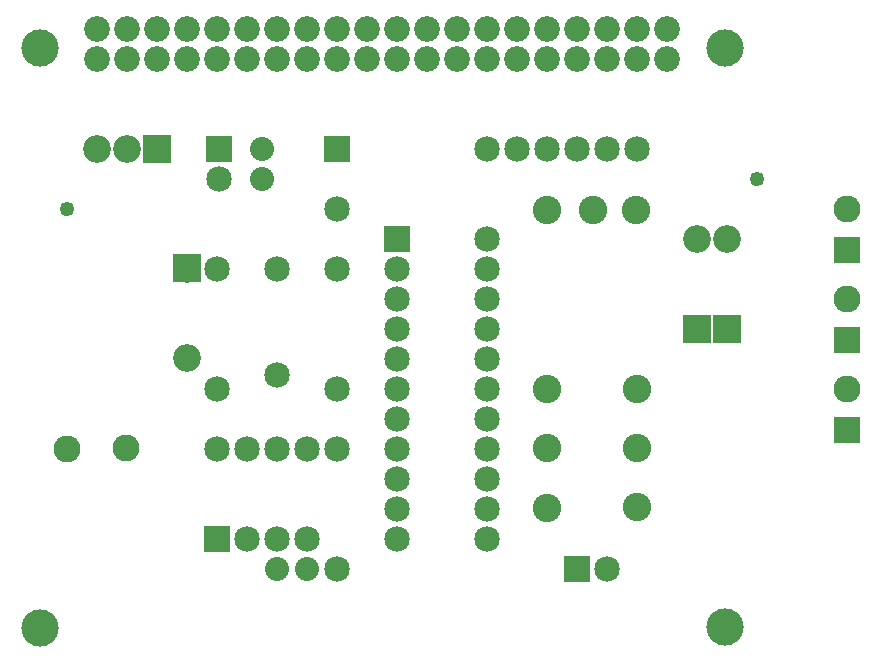
<source format=gbs>
G04 MADE WITH FRITZING*
G04 WWW.FRITZING.ORG*
G04 DOUBLE SIDED*
G04 HOLES PLATED*
G04 CONTOUR ON CENTER OF CONTOUR VECTOR*
%ASAXBY*%
%FSLAX23Y23*%
%MOIN*%
%OFA0B0*%
%SFA1.0B1.0*%
%ADD10C,0.094722*%
%ADD11C,0.085000*%
%ADD12C,0.049370*%
%ADD13C,0.092000*%
%ADD14C,0.080000*%
%ADD15C,0.090000*%
%ADD16C,0.085361*%
%ADD17C,0.124173*%
%ADD18R,0.092000X0.092000*%
%ADD19R,0.085000X0.085000*%
%ADD20R,0.090000X0.090000*%
%LNMASK0*%
G90*
G70*
G54D10*
X1840Y1535D03*
X1993Y1535D03*
X2138Y1535D03*
X1840Y741D03*
X2140Y741D03*
X1840Y543D03*
X2140Y544D03*
X1840Y940D03*
X2140Y940D03*
G54D11*
X1640Y1740D03*
X1740Y1740D03*
X1840Y1740D03*
X1940Y1740D03*
X2040Y1740D03*
X2140Y1740D03*
G54D12*
X2540Y1640D03*
G54D13*
X2340Y1140D03*
X2340Y1438D03*
X2440Y1140D03*
X2440Y1438D03*
G54D11*
X748Y1739D03*
X748Y1639D03*
G54D14*
X891Y1638D03*
X891Y1738D03*
G54D11*
X1940Y340D03*
X2040Y340D03*
G54D15*
X2840Y802D03*
X2840Y940D03*
X2840Y1102D03*
X2840Y1240D03*
X2840Y1402D03*
X2840Y1540D03*
G54D11*
X1340Y1439D03*
X1640Y1439D03*
X1340Y1339D03*
X1640Y1339D03*
X1340Y1239D03*
X1640Y1239D03*
X1340Y1139D03*
X1640Y1139D03*
X1340Y1039D03*
X1640Y1039D03*
X1340Y939D03*
X1640Y939D03*
X1340Y839D03*
X1640Y839D03*
X1340Y739D03*
X1640Y739D03*
X1340Y639D03*
X1640Y639D03*
X1340Y539D03*
X1640Y539D03*
X1340Y439D03*
X1640Y439D03*
G54D13*
X540Y1740D03*
X440Y1740D03*
X340Y1740D03*
G54D16*
X340Y2040D03*
X440Y2040D03*
X540Y2040D03*
X640Y2040D03*
X740Y2040D03*
X840Y2040D03*
X940Y2040D03*
X1040Y2040D03*
X1140Y2040D03*
X1240Y2040D03*
X1340Y2040D03*
X1440Y2040D03*
X1540Y2040D03*
X1640Y2040D03*
X1740Y2040D03*
X1840Y2040D03*
X1940Y2040D03*
X2040Y2040D03*
X2140Y2040D03*
X2240Y2040D03*
X2240Y2140D03*
X2140Y2140D03*
X2040Y2140D03*
X1940Y2140D03*
X1840Y2140D03*
X1740Y2140D03*
X1640Y2140D03*
X1540Y2140D03*
X1440Y2140D03*
X1340Y2140D03*
X1240Y2140D03*
X1140Y2140D03*
X1040Y2140D03*
X940Y2140D03*
X840Y2140D03*
X740Y2140D03*
X640Y2140D03*
X540Y2140D03*
X440Y2140D03*
X340Y2140D03*
G54D17*
X149Y2075D03*
X149Y143D03*
X2434Y145D03*
X2433Y2075D03*
G54D15*
X436Y741D03*
X240Y740D03*
G54D11*
X940Y1340D03*
X940Y985D03*
X740Y940D03*
X740Y1340D03*
X741Y439D03*
X741Y739D03*
X841Y439D03*
X841Y739D03*
X941Y439D03*
X941Y739D03*
X1041Y439D03*
X1041Y739D03*
G54D13*
X640Y1340D03*
X640Y1042D03*
G54D11*
X1140Y740D03*
X1140Y340D03*
G54D14*
X1040Y340D03*
X939Y340D03*
G54D11*
X1140Y1739D03*
X1140Y1539D03*
X1140Y939D03*
X1140Y1339D03*
G54D12*
X240Y1540D03*
G54D18*
X2340Y1139D03*
X2440Y1139D03*
G54D19*
X748Y1739D03*
X1940Y340D03*
G54D20*
X2840Y802D03*
X2840Y1102D03*
X2840Y1402D03*
G54D19*
X1340Y1439D03*
G54D18*
X540Y1740D03*
G54D19*
X741Y439D03*
G54D18*
X640Y1341D03*
G54D19*
X1140Y1739D03*
G04 End of Mask0*
M02*
</source>
